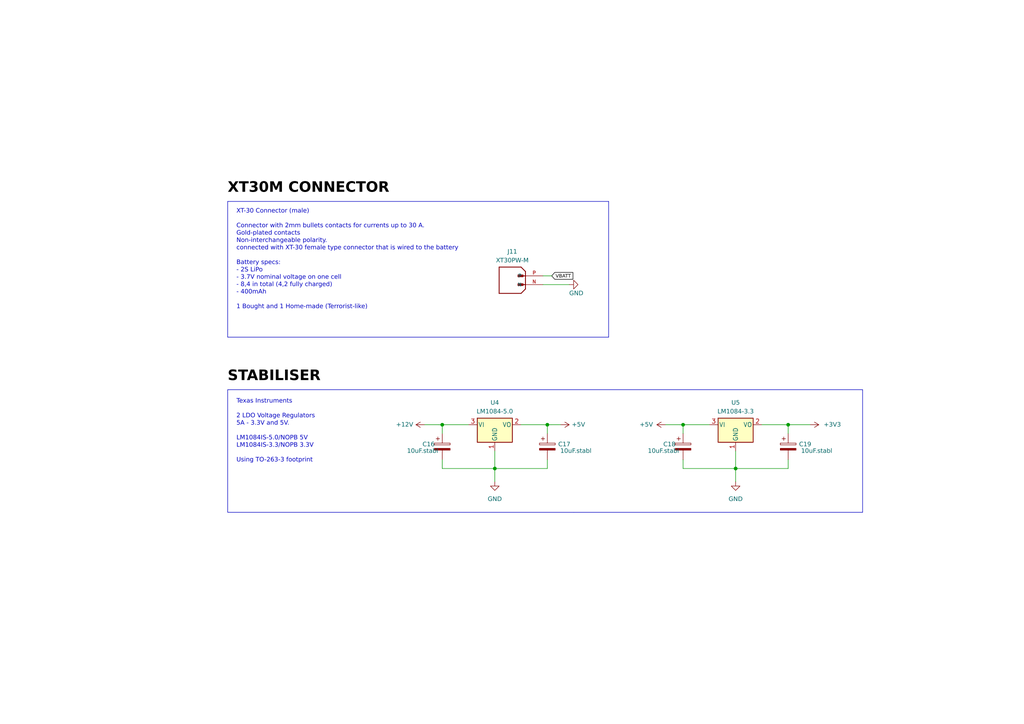
<source format=kicad_sch>
(kicad_sch (version 20231120) (generator "eeschema") (generator_version "8.0")
  (paper "A4")
  (title_block (title "SUMEC_MK_III") (company "SPŠ NA PROSEKU") (comment 1 "Made in Prague, Czech Republic") (comment 2 "CONTACT: Savva Popov, savva.popov.sp@gmail.com, +420 605 570 366") (comment 3 "Made by bismarx-v1") (comment 4 "SUMEC MK III aka SMD-V2 board"))
  (lib_symbols
    (symbol "Device:C_Polarized" (pin_numbers hide) (pin_names (offset 0.254))
      (property "Reference" "C" (at 0.635 2.54 0))
      (property "Value" "C_Polarized" (at 0.635 -2.54 0))
      (symbol "C_Polarized_0_1"
        (rectangle (start -2.286 0.508) (end 2.286 1.016))
        (polyline (pts (xy -1.778 2.286) (xy -0.762 2.286)))
        (polyline (pts (xy -1.27 2.794) (xy -1.27 1.778)))
        (rectangle (start 2.286 -0.508) (end -2.286 -1.016) (fill (type outline)))
      )
      (symbol "C_Polarized_1_1"
        (pin passive line (at 0 3.81 270) (length 2.794) (name "~") (number "1"))
        (pin passive line (at 0 -3.81 90) (length 2.794) (name "~") (number "2"))
      )
    )
    (symbol "Regulator_Linear:LM1084-3.3" (pin_names (offset 0.254))
      (property "Reference" "U" (at -3.81 3.175 0))
      (property "Value" "LM1084-3.3" (at 0 3.175 0))
      (symbol "LM1084-3.3_0_1"
        (rectangle (start -5.08 1.905) (end 5.08 -5.08) (stroke (width 0.254)) (fill (type background)))
      )
      (symbol "LM1084-3.3_1_1"
        (pin power_in line (at 0 -7.62 90) (length 2.54) (name "GND") (number "1"))
        (pin power_out line (at 7.62 0 180) (length 2.54) (name "VO") (number "2"))
        (pin power_in line (at -7.62 0 0) (length 2.54) (name "VI") (number "3"))
      )
    )
    (symbol "Regulator_Linear:LM1084-5.0" (pin_names (offset 0.254))
      (property "Reference" "U" (at -3.81 3.175 0))
      (property "Value" "LM1084-5.0" (at 0 3.175 0))
      (symbol "LM1084-5.0_0_1"
        (rectangle (start -5.08 1.905) (end 5.08 -5.08) (stroke (width 0.254)) (fill (type background)))
      )
      (symbol "LM1084-5.0_1_1"
        (pin power_in line (at 0 -7.62 90) (length 2.54) (name "GND") (number "1"))
        (pin power_out line (at 7.62 0 180) (length 2.54) (name "VO") (number "2"))
        (pin power_in line (at -7.62 0 0) (length 2.54) (name "VI") (number "3"))
      )
    )
    (symbol "power:+12V" (power) (pin_names (offset 0))
      (property "Value" "+12V" (at 0 3.556 0))
      (symbol "+12V_0_1"
        (polyline (pts (xy -0.762 1.27) (xy 0 2.54)))
        (polyline (pts (xy 0 0) (xy 0 2.54)))
        (polyline (pts (xy 0 2.54) (xy 0.762 1.27)))
      )
      (symbol "+12V_1_1"
        (pin power_in line (at 0 0 90) (length 0) hide (name "+12V") (number "1"))
      )
    )
    (symbol "power:+3V3" (power) (pin_names (offset 0))
      (property "Value" "+3V3" (at 0 3.556 0))
      (symbol "+3V3_0_1"
        (polyline (pts (xy -0.762 1.27) (xy 0 2.54)))
        (polyline (pts (xy 0 0) (xy 0 2.54)))
        (polyline (pts (xy 0 2.54) (xy 0.762 1.27)))
      )
      (symbol "+3V3_1_1"
        (pin power_in line (at 0 0 90) (length 0) hide (name "+3V3") (number "1"))
      )
    )
    (symbol "power:+5V" (power) (pin_names (offset 0))
      (property "Value" "+5V" (at 0 3.556 0))
      (symbol "+5V_0_1"
        (polyline (pts (xy -0.762 1.27) (xy 0 2.54)))
        (polyline (pts (xy 0 0) (xy 0 2.54)))
        (polyline (pts (xy 0 2.54) (xy 0.762 1.27)))
      )
      (symbol "+5V_1_1"
        (pin power_in line (at 0 0 90) (length 0) hide (name "+5V") (number "1"))
      )
    )
    (symbol "power:GND" (power) (pin_names (offset 0))
      (property "Value" "GND" (at 0 -3.81 0))
      (symbol "GND_0_1"
        (polyline (pts (xy 0 0) (xy 0 -1.27) (xy 1.27 -1.27) (xy 0 -2.54) (xy -1.27 -1.27) (xy 0 -1.27)))
      )
      (symbol "GND_1_1"
        (pin power_in line (at 0 0 270) (length 0) hide (name "GND") (number "1"))
      )
    )
    (symbol "sumec_library:XT30PW-M" (pin_names (offset 1.016))
      (property "Reference" "J" (at -7.62 3.302 0))
      (property "Value" "XT30PW-M" (at -7.62 -7.62 0))
      (symbol "XT30PW-M_0_0"
        (rectangle (start -2.2225 -2.8575) (end -0.635 -2.2225) (stroke (width 0.1)) (fill (type outline)))
        (rectangle (start -2.2225 -0.3175) (end -0.635 0.3175) (stroke (width 0.1)) (fill (type outline)))
        (polyline (pts (xy -7.62 -5.08) (xy -7.62 2.54)) (stroke (width 0.254)))
        (polyline (pts (xy -7.62 2.54) (xy -1.27 2.54)) (stroke (width 0.254)))
        (polyline (pts (xy -1.27 -5.08) (xy -7.62 -5.08)) (stroke (width 0.254)))
        (polyline (pts (xy 0 -3.81) (xy -1.27 -5.08)) (stroke (width 0.254)))
        (polyline (pts (xy 0 -2.54) (xy -1.905 -2.54)) (stroke (width 0.254)))
        (polyline (pts (xy 0 0) (xy -1.905 0)) (stroke (width 0.254)))
        (polyline (pts (xy 0 0) (xy 0 -3.81)) (stroke (width 0.254)))
        (polyline (pts (xy 0 1.27) (xy -1.27 2.54)) (stroke (width 0.254)))
        (polyline (pts (xy 0 1.27) (xy 0 0)) (stroke (width 0.254)))
        (pin power_in line (at 5.08 -2.54 180) (length 5.08) (name "N") (number "N"))
        (pin power_in line (at 5.08 0 180) (length 5.08) (name "P") (number "P"))
      )
    )
  )
  (junction (at 213.36 135.89))
  (junction (at 158.75 123.19))
  (junction (at 143.51 135.89))
  (junction (at 198.12 123.19))
  (junction (at 128.27 123.19))
  (junction (at 228.6 123.19))
  (wire (pts (xy 228.6 123.19) (xy 228.6 125.73)))
  (wire (pts (xy 158.75 123.19) (xy 162.56 123.19)))
  (wire (pts (xy 128.27 123.19) (xy 135.89 123.19)))
  (wire (pts (xy 198.12 123.19) (xy 205.74 123.19)))
  (wire (pts (xy 151.13 123.19) (xy 158.75 123.19)))
  (polyline (pts (xy 66.04 113.03) (xy 66.04 148.59)))
  (wire (pts (xy 213.36 130.81) (xy 213.36 135.89)))
  (polyline (pts (xy 66.04 148.59) (xy 166.37 148.59)))
  (polyline (pts (xy 166.37 148.59) (xy 250.19 148.59)))
  (wire (pts (xy 193.04 123.19) (xy 198.12 123.19)))
  (wire (pts (xy 157.48 80.01) (xy 160.02 80.01)))
  (polyline (pts (xy 176.53 97.79) (xy 176.53 58.42)))
  (polyline (pts (xy 250.19 113.03) (xy 66.04 113.03)))
  (wire (pts (xy 228.6 135.89) (xy 228.6 133.35)))
  (polyline (pts (xy 66.04 58.42) (xy 66.04 97.79)))
  (wire (pts (xy 198.12 125.73) (xy 198.12 123.19)))
  (wire (pts (xy 220.98 123.19) (xy 228.6 123.19)))
  (wire (pts (xy 143.51 135.89) (xy 143.51 139.7)))
  (wire (pts (xy 198.12 133.35) (xy 198.12 135.89)))
  (wire (pts (xy 198.12 135.89) (xy 213.36 135.89)))
  (wire (pts (xy 128.27 135.89) (xy 143.51 135.89)))
  (wire (pts (xy 123.19 123.19) (xy 128.27 123.19)))
  (wire (pts (xy 128.27 133.35) (xy 128.27 135.89)))
  (polyline (pts (xy 250.19 113.03) (xy 250.19 148.59)))
  (polyline (pts (xy 66.04 58.42) (xy 176.53 58.42)))
  (wire (pts (xy 143.51 135.89) (xy 158.75 135.89)))
  (wire (pts (xy 228.6 123.19) (xy 234.95 123.19)))
  (wire (pts (xy 213.36 135.89) (xy 213.36 139.7)))
  (wire (pts (xy 143.51 130.81) (xy 143.51 135.89)))
  (wire (pts (xy 157.48 82.55) (xy 165.1 82.55)))
  (wire (pts (xy 128.27 123.19) (xy 128.27 125.73)))
  (wire (pts (xy 213.36 135.89) (xy 228.6 135.89)))
  (polyline (pts (xy 66.04 97.79) (xy 176.53 97.79)))
  (wire (pts (xy 158.75 125.73) (xy 158.75 123.19)))
  (wire (pts (xy 158.75 133.35) (xy 158.75 135.89)))
  (text "Texas Instruments \n\n2 LDO Voltage Regulators\n5A - 3.3V and 5V.\n\nLM1084IS-5.0/NOPB 5V\nLM1084IS-3.3/NOPB 3.3V\n\nUsing TO-263-3 footprint" (at 68.58 134.62 0) (effects (font (size 1.27 1.27)) (justify left bottom)))
  (text "XT-30 Connector (male)\n\nConnector with 2mm bullets contacts for currents up to 30 A.\nGold-plated contacts\nNon-interchangeable polarity.\nconnected with XT-30 female type connector that is wired to the battery\n\nBattery specs:\n- 2S LiPo\n- 3.7V nominal voltage on one cell\n- 8,4 in total (4,2 fully charged)\n- 400mAh \n\n1 Bought and 1 Home-made (Terrorist-like)" (at 68.58 90.17 0) (effects (font (size 1.27 1.27) (italic yes)) (justify left bottom)))
  (text "STABILISER" (at 66.04 111.76 0) (effects (font (size 3 3) (bold yes)) (justify left bottom)))
  (text "XT30M CONNECTOR" (at 66.04 57.15 0) (effects (font (size 3 3) (bold yes)) (justify left bottom)))
  (global_label "VBATT" (shape input) (at 160.02 80.01 0) (effects (font (size 1 1))) (property "Intersheetrefs" "${INTERSHEET_REFS}" (effects (hide yes))))
  (symbol (lib_id "Device:C_Polarized") (at 128.27 129.54 0) (unit 1)
    (property "Reference" "C16" (at 122.555 128.905 0) (effects (justify left)))
    (property "Value" "10uF.stabl" (at 117.475 130.81 0) (effects (justify left)))
    (property "Footprint" "Capacitor_Tantalum_SMD:CP_EIA-3216-18_Kemet-A_Pad1.58x1.35mm_HandSolder" (effects (hide yes)))
  )
  (symbol (lib_id "power:+5V") (at 162.56 123.19 270) (unit 1)
    (property "Reference" "#PWR044" (effects (hide yes)))
    (property "Value" "+5V" (at 165.735 123.19 90) (effects (justify left)))
  )
  (symbol (lib_id "sumec_library:XT30PW-M") (at 152.4 80.01 0) (unit 1)
    (property "Reference" "J11" (at 148.59 73.025 0))
    (property "Value" "XT30PW-M" (at 148.59 75.565 0))
    (property "Footprint" "sumec-smdV2_library:AMASS_XT30PW-M" (effects (hide yes)))
    (property "Description" "\nSocket; DC supply; XT30; male; PIN: 2; on PCBs; THT; Colour: yellow\n" (effects (hide yes)))
    (property "MF" "AMASS" (effects (hide yes)))
    (property "MAXIMUM_PACKAGE_HEIGHT" "5 mm" (effects (hide yes)))
    (property "Package" "None" (effects (hide yes)))
    (property "Price" "None" (effects (hide yes)))
    (property "Check_prices" "https://www.snapeda.com/parts/XT30PW-M/AMASS/view-part/?ref=eda" (effects (hide yes)))
    (property "STANDARD" "Manufacturer Recommendations" (effects (hide yes)))
    (property "PARTREV" "1.2" (effects (hide yes)))
    (property "SnapEDA_Link" "https://www.snapeda.com/parts/XT30PW-M/AMASS/view-part/?ref=snap" (effects (hide yes)))
    (property "MP" "XT30PW-M" (effects (hide yes)))
    (property "MANUFACTURER" "Amass" (effects (hide yes)))
    (property "Availability" "Not in stock" (effects (hide yes)))
    (property "SNAPEDA_PN" "XT30PW-M" (effects (hide yes)))
  )
  (symbol (lib_id "Device:C_Polarized") (at 228.6 129.54 0) (unit 1)
    (property "Reference" "C19" (at 231.775 128.905 0) (effects (justify left)))
    (property "Value" "10uF.stabl" (at 231.775 130.81 0) (effects (justify left)))
    (property "Footprint" "Capacitor_Tantalum_SMD:CP_EIA-3216-18_Kemet-A_Pad1.58x1.35mm_HandSolder" (effects (hide yes)))
  )
  (symbol (lib_id "power:+3V3") (at 234.95 123.19 270) (unit 1)
    (property "Reference" "#PWR048" (effects (hide yes)))
    (property "Value" "+3V3" (at 238.76 123.19 90) (effects (justify left)))
  )
  (symbol (lib_id "Device:C_Polarized") (at 158.75 129.54 0) (unit 1)
    (property "Reference" "C17" (at 161.925 128.905 0) (effects (justify left)))
    (property "Value" "10uF.stabl" (at 161.925 130.81 0) (effects (justify left)))
    (property "Footprint" "Capacitor_Tantalum_SMD:CP_EIA-3216-18_Kemet-A_Pad1.58x1.35mm_HandSolder" (effects (hide yes)))
  )
  (symbol (lib_id "Regulator_Linear:LM1084-3.3") (at 213.36 123.19 0) (unit 1)
    (property "Reference" "U5" (at 213.36 116.84 0))
    (property "Value" "LM1084-3.3" (at 213.36 119.38 0))
    (property "Footprint" "Package_TO_SOT_SMD:TO-263-3_TabPin2" (effects (hide yes)))
    (property "Datasheet" "http://www.ti.com/lit/ds/symlink/lm1084.pdf" (effects (hide yes)))
  )
  (symbol (lib_id "power:+12V") (at 123.19 123.19 90) (unit 1)
    (property "Reference" "#PWR042" (effects (hide yes)))
    (property "Value" "+12V" (at 120.015 123.19 90) (effects (justify left)))
  )
  (symbol (lib_id "Regulator_Linear:LM1084-5.0") (at 143.51 123.19 0) (unit 1)
    (property "Reference" "U4" (at 143.51 116.84 0))
    (property "Value" "LM1084-5.0" (at 143.51 119.38 0))
    (property "Footprint" "Package_TO_SOT_SMD:TO-263-3_TabPin2" (effects (hide yes)))
    (property "Datasheet" "http://www.ti.com/lit/ds/symlink/lm1084.pdf" (effects (hide yes)))
  )
  (symbol (lib_id "power:GND") (at 165.1 82.55 90) (unit 1)
    (property "Reference" "#PWR045" (effects (hide yes)))
    (property "Value" "GND" (at 165.1 85.09 90) (effects (justify right)))
  )
  (symbol (lib_id "power:GND") (at 143.51 139.7 0) (unit 1)
    (property "Reference" "#PWR043" (effects (hide yes)))
    (property "Value" "GND" (at 143.51 144.78 0))
  )
  (symbol (lib_id "power:GND") (at 213.36 139.7 0) (unit 1)
    (property "Reference" "#PWR047" (effects (hide yes)))
    (property "Value" "GND" (at 213.36 144.78 0))
  )
  (symbol (lib_id "Device:C_Polarized") (at 198.12 129.54 0) (unit 1)
    (property "Reference" "C18" (at 192.405 128.905 0) (effects (justify left)))
    (property "Value" "10uF.stabl" (at 187.325 130.81 0) (effects (justify left)))
    (property "Footprint" "Capacitor_Tantalum_SMD:CP_EIA-3216-18_Kemet-A_Pad1.58x1.35mm_HandSolder" (effects (hide yes)))
  )
  (symbol (lib_id "power:+5V") (at 193.04 123.19 90) (unit 1)
    (property "Reference" "#PWR046" (effects (hide yes)))
    (property "Value" "+5V" (at 185.42 123.19 90) (effects (justify right)))
  )
)
</source>
